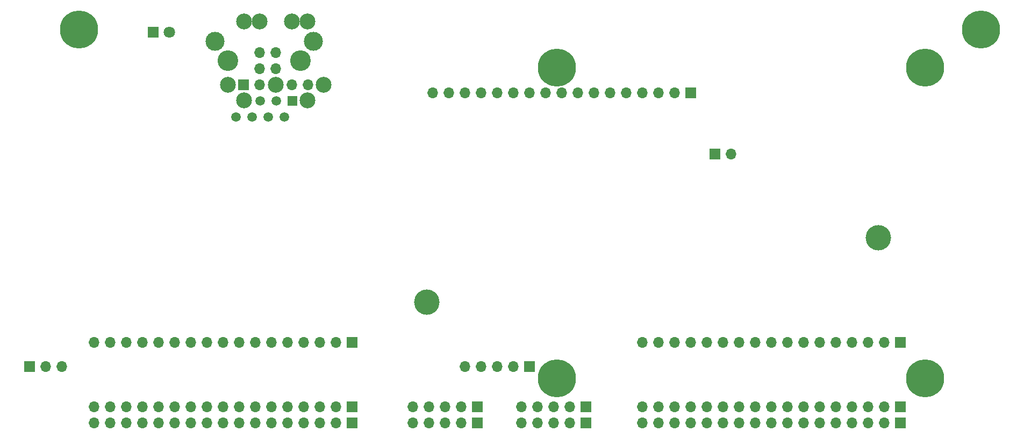
<source format=gbr>
G04 #@! TF.GenerationSoftware,KiCad,Pcbnew,(6.0.7)*
G04 #@! TF.CreationDate,2022-11-13T23:20:38+00:00*
G04 #@! TF.ProjectId,A3010PoduleCarrier,41333031-3050-46f6-9475-6c6543617272,01a*
G04 #@! TF.SameCoordinates,Original*
G04 #@! TF.FileFunction,Soldermask,Bot*
G04 #@! TF.FilePolarity,Negative*
%FSLAX46Y46*%
G04 Gerber Fmt 4.6, Leading zero omitted, Abs format (unit mm)*
G04 Created by KiCad (PCBNEW (6.0.7)) date 2022-11-13 23:20:38*
%MOMM*%
%LPD*%
G01*
G04 APERTURE LIST*
%ADD10R,1.700000X1.700000*%
%ADD11O,1.700000X1.700000*%
%ADD12C,6.000000*%
%ADD13C,4.000000*%
%ADD14C,3.250000*%
%ADD15C,2.500000*%
%ADD16C,3.000000*%
%ADD17R,1.500000X1.500000*%
%ADD18C,1.500000*%
%ADD19R,1.800000X1.800000*%
%ADD20C,1.800000*%
G04 APERTURE END LIST*
D10*
X212966000Y-106545000D03*
D11*
X210426000Y-106545000D03*
X207886000Y-106545000D03*
X205346000Y-106545000D03*
X202806000Y-106545000D03*
X200266000Y-106545000D03*
X197726000Y-106545000D03*
X195186000Y-106545000D03*
X192646000Y-106545000D03*
X190106000Y-106545000D03*
X187566000Y-106545000D03*
X185026000Y-106545000D03*
X182486000Y-106545000D03*
X179946000Y-106545000D03*
X177406000Y-106545000D03*
X174866000Y-106545000D03*
X172326000Y-106545000D03*
D10*
X154546000Y-110355000D03*
D11*
X152006000Y-110355000D03*
X149466000Y-110355000D03*
X146926000Y-110355000D03*
X144386000Y-110355000D03*
D12*
X216806000Y-63175000D03*
D10*
X146291000Y-119245000D03*
D11*
X143751000Y-119245000D03*
X141211000Y-119245000D03*
X138671000Y-119245000D03*
X136131000Y-119245000D03*
D12*
X83546000Y-57150000D03*
D10*
X163436000Y-119245000D03*
D11*
X160896000Y-119245000D03*
X158356000Y-119245000D03*
X155816000Y-119245000D03*
X153276000Y-119245000D03*
D12*
X225606000Y-57150000D03*
D13*
X138316000Y-100175000D03*
D14*
X107003800Y-62037200D03*
X118433800Y-62037200D03*
D10*
X109466000Y-65850000D03*
D15*
X107046000Y-65850000D03*
X119546000Y-55850000D03*
D11*
X112006000Y-60770000D03*
D16*
X120488800Y-58987200D03*
D11*
X112006000Y-63310000D03*
D15*
X117046000Y-55850000D03*
D16*
X104948800Y-58987200D03*
D15*
X114546000Y-65850000D03*
X109546000Y-55850000D03*
X112046000Y-55850000D03*
X122046000Y-65850000D03*
D11*
X119626000Y-65850000D03*
D15*
X109546000Y-68350000D03*
D11*
X112006000Y-65850000D03*
X117086000Y-65850000D03*
D15*
X119546000Y-68350000D03*
D11*
X114546000Y-63310000D03*
X114546000Y-60770000D03*
D17*
X117163800Y-68387200D03*
D18*
X115893800Y-70927200D03*
X114623800Y-68387200D03*
X113353800Y-70927200D03*
X112083800Y-68387200D03*
X110813800Y-70927200D03*
X108273800Y-70927200D03*
D12*
X216806000Y-112175000D03*
D10*
X183756000Y-76827000D03*
D11*
X186296000Y-76827000D03*
D12*
X158806000Y-112175000D03*
D10*
X179946000Y-67175000D03*
D11*
X177406000Y-67175000D03*
X174866000Y-67175000D03*
X172326000Y-67175000D03*
X169786000Y-67175000D03*
X167246000Y-67175000D03*
X164706000Y-67175000D03*
X162166000Y-67175000D03*
X159626000Y-67175000D03*
X157086000Y-67175000D03*
X154546000Y-67175000D03*
X152006000Y-67175000D03*
X149466000Y-67175000D03*
X146926000Y-67175000D03*
X144386000Y-67175000D03*
X141846000Y-67175000D03*
X139306000Y-67175000D03*
D12*
X158806000Y-63175000D03*
D19*
X95276000Y-57550000D03*
D20*
X97816000Y-57550000D03*
D10*
X212966000Y-119245000D03*
D11*
X210426000Y-119245000D03*
X207886000Y-119245000D03*
X205346000Y-119245000D03*
X202806000Y-119245000D03*
X200266000Y-119245000D03*
X197726000Y-119245000D03*
X195186000Y-119245000D03*
X192646000Y-119245000D03*
X190106000Y-119245000D03*
X187566000Y-119245000D03*
X185026000Y-119245000D03*
X182486000Y-119245000D03*
X179946000Y-119245000D03*
X177406000Y-119245000D03*
X174866000Y-119245000D03*
X172326000Y-119245000D03*
D10*
X126606000Y-106545000D03*
D11*
X124066000Y-106545000D03*
X121526000Y-106545000D03*
X118986000Y-106545000D03*
X116446000Y-106545000D03*
X113906000Y-106545000D03*
X111366000Y-106545000D03*
X108826000Y-106545000D03*
X106286000Y-106545000D03*
X103746000Y-106545000D03*
X101206000Y-106545000D03*
X98666000Y-106545000D03*
X96126000Y-106545000D03*
X93586000Y-106545000D03*
X91046000Y-106545000D03*
X88506000Y-106545000D03*
X85966000Y-106545000D03*
D10*
X126606000Y-119245000D03*
D11*
X124066000Y-119245000D03*
X121526000Y-119245000D03*
X118986000Y-119245000D03*
X116446000Y-119245000D03*
X113906000Y-119245000D03*
X111366000Y-119245000D03*
X108826000Y-119245000D03*
X106286000Y-119245000D03*
X103746000Y-119245000D03*
X101206000Y-119245000D03*
X98666000Y-119245000D03*
X96126000Y-119245000D03*
X93586000Y-119245000D03*
X91046000Y-119245000D03*
X88506000Y-119245000D03*
X85966000Y-119245000D03*
D13*
X209426000Y-90035000D03*
D10*
X126606000Y-116705000D03*
D11*
X124066000Y-116705000D03*
X121526000Y-116705000D03*
X118986000Y-116705000D03*
X116446000Y-116705000D03*
X113906000Y-116705000D03*
X111366000Y-116705000D03*
X108826000Y-116705000D03*
X106286000Y-116705000D03*
X103746000Y-116705000D03*
X101206000Y-116705000D03*
X98666000Y-116705000D03*
X96126000Y-116705000D03*
X93586000Y-116705000D03*
X91046000Y-116705000D03*
X88506000Y-116705000D03*
X85966000Y-116705000D03*
D10*
X75806000Y-110355000D03*
D11*
X78346000Y-110355000D03*
X80886000Y-110355000D03*
D10*
X212966000Y-116705000D03*
D11*
X210426000Y-116705000D03*
X207886000Y-116705000D03*
X205346000Y-116705000D03*
X202806000Y-116705000D03*
X200266000Y-116705000D03*
X197726000Y-116705000D03*
X195186000Y-116705000D03*
X192646000Y-116705000D03*
X190106000Y-116705000D03*
X187566000Y-116705000D03*
X185026000Y-116705000D03*
X182486000Y-116705000D03*
X179946000Y-116705000D03*
X177406000Y-116705000D03*
X174866000Y-116705000D03*
X172326000Y-116705000D03*
D10*
X146291000Y-116705000D03*
D11*
X143751000Y-116705000D03*
X141211000Y-116705000D03*
X138671000Y-116705000D03*
X136131000Y-116705000D03*
D10*
X163436000Y-116705000D03*
D11*
X160896000Y-116705000D03*
X158356000Y-116705000D03*
X155816000Y-116705000D03*
X153276000Y-116705000D03*
M02*

</source>
